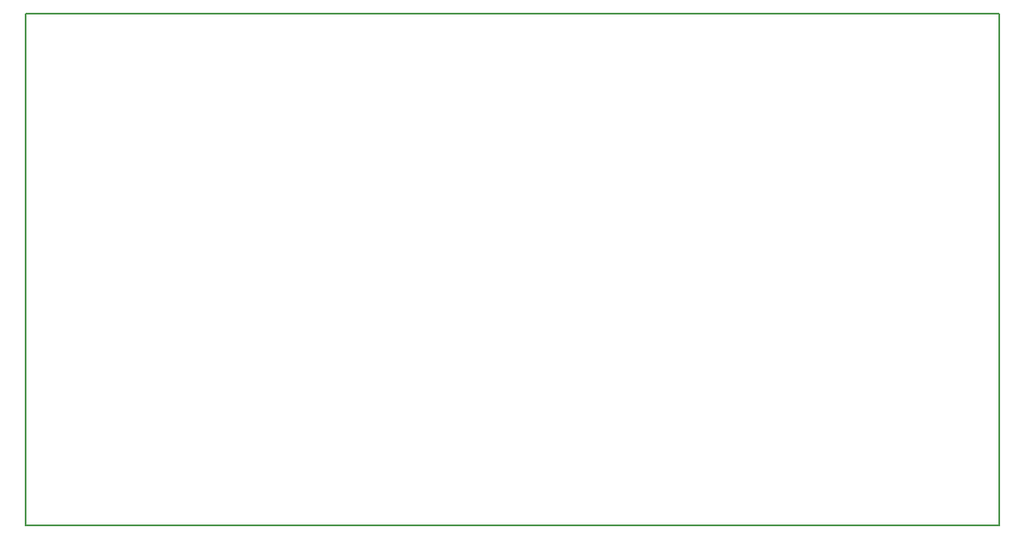
<source format=gbr>
G04 (created by PCBNEW (2013-07-07 BZR 4022)-stable) date 3/2/2015 1:41:46 AM*
%MOIN*%
G04 Gerber Fmt 3.4, Leading zero omitted, Abs format*
%FSLAX34Y34*%
G01*
G70*
G90*
G04 APERTURE LIST*
%ADD10C,0.006*%
%ADD11C,0.008*%
G04 APERTURE END LIST*
G54D10*
G54D11*
X48000Y-30000D02*
X48000Y-10000D01*
X10000Y-30000D02*
X10000Y-10000D01*
X48000Y-30000D02*
X10000Y-30000D01*
X48000Y-10000D02*
X10000Y-10000D01*
M02*

</source>
